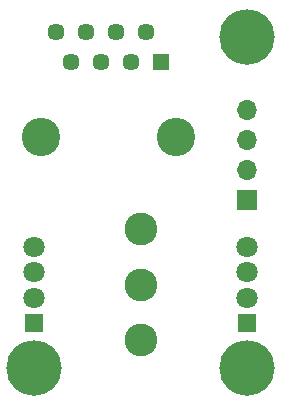
<source format=gbr>
%TF.GenerationSoftware,KiCad,Pcbnew,7.0.10*%
%TF.CreationDate,2025-01-30T23:30:39+01:00*%
%TF.ProjectId,Panel,50616e65-6c2e-46b6-9963-61645f706362,rev?*%
%TF.SameCoordinates,Original*%
%TF.FileFunction,Soldermask,Bot*%
%TF.FilePolarity,Negative*%
%FSLAX46Y46*%
G04 Gerber Fmt 4.6, Leading zero omitted, Abs format (unit mm)*
G04 Created by KiCad (PCBNEW 7.0.10) date 2025-01-30 23:30:39*
%MOMM*%
%LPD*%
G01*
G04 APERTURE LIST*
%ADD10R,1.500000X1.500000*%
%ADD11C,1.800000*%
%ADD12C,2.775000*%
%ADD13C,4.700000*%
%ADD14R,1.700000X1.700000*%
%ADD15O,1.700000X1.700000*%
%ADD16C,3.250000*%
%ADD17R,1.446000X1.446000*%
%ADD18C,1.446000*%
G04 APERTURE END LIST*
D10*
%TO.C,D3*%
X171000000Y-94238500D03*
D11*
X171000000Y-92079500D03*
X171000000Y-89920500D03*
X171000000Y-87761500D03*
%TD*%
D10*
%TO.C,D1*%
X153000000Y-94238500D03*
D11*
X153000000Y-92079500D03*
X153000000Y-89920500D03*
X153000000Y-87761500D03*
%TD*%
D12*
%TO.C,S1*%
X162000000Y-95700000D03*
X162000000Y-91000000D03*
X162000000Y-86300000D03*
%TD*%
D13*
%TO.C,H3*%
X171000000Y-98000000D03*
%TD*%
%TO.C,H1*%
X171000000Y-70000000D03*
%TD*%
%TO.C,H2*%
X153000000Y-98000000D03*
%TD*%
D14*
%TO.C,J2*%
X171000000Y-83800000D03*
D15*
X171000000Y-81260000D03*
X171000000Y-78720000D03*
X171000000Y-76180000D03*
%TD*%
D16*
%TO.C,J1*%
X165000000Y-78500000D03*
X153570000Y-78500000D03*
D17*
X163730000Y-72150000D03*
D18*
X162460000Y-69610000D03*
X161190000Y-72150000D03*
X159920000Y-69610000D03*
X158650000Y-72150000D03*
X157380000Y-69610000D03*
X156110000Y-72150000D03*
X154840000Y-69610000D03*
%TD*%
M02*

</source>
